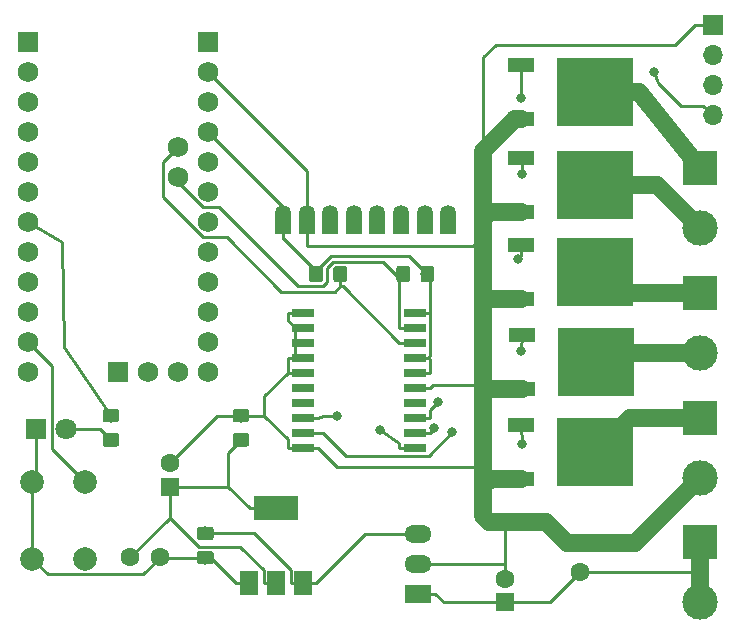
<source format=gbr>
G04 #@! TF.GenerationSoftware,KiCad,Pcbnew,(5.1.0-rc1-9-g8f320697a)*
G04 #@! TF.CreationDate,2019-02-20T21:31:05+01:00
G04 #@! TF.ProjectId,kicad,6b696361-642e-46b6-9963-61645f706362,rev?*
G04 #@! TF.SameCoordinates,Original*
G04 #@! TF.FileFunction,Copper,L1,Top*
G04 #@! TF.FilePolarity,Positive*
%FSLAX46Y46*%
G04 Gerber Fmt 4.6, Leading zero omitted, Abs format (unit mm)*
G04 Created by KiCad (PCBNEW (5.1.0-rc1-9-g8f320697a)) date 2019-02-20 21:31:05*
%MOMM*%
%LPD*%
G04 APERTURE LIST*
%ADD10R,1.950000X0.700000*%
%ADD11C,1.727200*%
%ADD12R,1.727200X1.727200*%
%ADD13C,1.350000*%
%ADD14R,1.350000X1.800000*%
%ADD15R,1.600000X1.600000*%
%ADD16C,1.600000*%
%ADD17C,0.100000*%
%ADD18C,1.150000*%
%ADD19R,1.800000X1.800000*%
%ADD20C,1.800000*%
%ADD21R,2.200000X1.200000*%
%ADD22R,6.400000X5.800000*%
%ADD23R,3.000000X3.000000*%
%ADD24C,3.000000*%
%ADD25C,2.000000*%
%ADD26R,2.300000X1.500000*%
%ADD27O,2.300000X1.500000*%
%ADD28R,3.800000X2.000000*%
%ADD29R,1.500000X2.000000*%
%ADD30R,1.700000X1.700000*%
%ADD31O,1.700000X1.700000*%
%ADD32C,0.800000*%
%ADD33C,0.250000*%
%ADD34C,1.500000*%
G04 APERTURE END LIST*
D10*
X191725000Y-73285000D03*
X191725000Y-74555000D03*
X191725000Y-75825000D03*
X191725000Y-77095000D03*
X191725000Y-78365000D03*
X191725000Y-79635000D03*
X191725000Y-80905000D03*
X191725000Y-82175000D03*
X191725000Y-83445000D03*
X191725000Y-84715000D03*
X182275000Y-84715000D03*
X182275000Y-83445000D03*
X182275000Y-82175000D03*
X182275000Y-80905000D03*
X182275000Y-79635000D03*
X182275000Y-78365000D03*
X182275000Y-77095000D03*
X182275000Y-75825000D03*
X182275000Y-74555000D03*
X182275000Y-73285000D03*
D11*
X174209000Y-78321500D03*
X171669000Y-78321500D03*
X169129000Y-78321500D03*
D12*
X166589000Y-78321500D03*
D11*
X174209000Y-75781500D03*
X174209000Y-70701500D03*
X174209000Y-73241500D03*
X174209000Y-63081500D03*
X174209000Y-60541500D03*
X174209000Y-65621500D03*
X174209000Y-68161500D03*
X174209000Y-58001500D03*
X174209000Y-55461500D03*
D12*
X174209000Y-50381500D03*
D11*
X174209000Y-52921500D03*
X158969000Y-52921500D03*
D12*
X158969000Y-50381500D03*
D11*
X158969000Y-55461500D03*
X158969000Y-58001500D03*
X158969000Y-68161500D03*
X158969000Y-65621500D03*
X158969000Y-60541500D03*
X158969000Y-63081500D03*
X158969000Y-73241500D03*
X158969000Y-70701500D03*
X158969000Y-75781500D03*
X158969000Y-78321500D03*
X171669000Y-59271500D03*
X171669000Y-61811500D03*
D13*
X194570000Y-64810000D03*
D14*
X194570000Y-65810000D03*
D13*
X180570000Y-64810000D03*
X182570000Y-64810000D03*
X184570000Y-64810000D03*
X186570000Y-64810000D03*
X188570000Y-64810000D03*
X190570000Y-64810000D03*
X192570000Y-64810000D03*
D14*
X180570000Y-65810000D03*
X182570000Y-65810000D03*
X184570000Y-65810000D03*
X186570000Y-65810000D03*
X188570000Y-65810000D03*
X190570000Y-65810000D03*
X192570000Y-65810000D03*
D15*
X199390000Y-97790000D03*
D16*
X199390000Y-95790000D03*
X205740000Y-95250000D03*
X205740000Y-92750000D03*
D17*
G36*
X174474505Y-91401204D02*
G01*
X174498773Y-91404804D01*
X174522572Y-91410765D01*
X174545671Y-91419030D01*
X174567850Y-91429520D01*
X174588893Y-91442132D01*
X174608599Y-91456747D01*
X174626777Y-91473223D01*
X174643253Y-91491401D01*
X174657868Y-91511107D01*
X174670480Y-91532150D01*
X174680970Y-91554329D01*
X174689235Y-91577428D01*
X174695196Y-91601227D01*
X174698796Y-91625495D01*
X174700000Y-91649999D01*
X174700000Y-92300001D01*
X174698796Y-92324505D01*
X174695196Y-92348773D01*
X174689235Y-92372572D01*
X174680970Y-92395671D01*
X174670480Y-92417850D01*
X174657868Y-92438893D01*
X174643253Y-92458599D01*
X174626777Y-92476777D01*
X174608599Y-92493253D01*
X174588893Y-92507868D01*
X174567850Y-92520480D01*
X174545671Y-92530970D01*
X174522572Y-92539235D01*
X174498773Y-92545196D01*
X174474505Y-92548796D01*
X174450001Y-92550000D01*
X173549999Y-92550000D01*
X173525495Y-92548796D01*
X173501227Y-92545196D01*
X173477428Y-92539235D01*
X173454329Y-92530970D01*
X173432150Y-92520480D01*
X173411107Y-92507868D01*
X173391401Y-92493253D01*
X173373223Y-92476777D01*
X173356747Y-92458599D01*
X173342132Y-92438893D01*
X173329520Y-92417850D01*
X173319030Y-92395671D01*
X173310765Y-92372572D01*
X173304804Y-92348773D01*
X173301204Y-92324505D01*
X173300000Y-92300001D01*
X173300000Y-91649999D01*
X173301204Y-91625495D01*
X173304804Y-91601227D01*
X173310765Y-91577428D01*
X173319030Y-91554329D01*
X173329520Y-91532150D01*
X173342132Y-91511107D01*
X173356747Y-91491401D01*
X173373223Y-91473223D01*
X173391401Y-91456747D01*
X173411107Y-91442132D01*
X173432150Y-91429520D01*
X173454329Y-91419030D01*
X173477428Y-91410765D01*
X173501227Y-91404804D01*
X173525495Y-91401204D01*
X173549999Y-91400000D01*
X174450001Y-91400000D01*
X174474505Y-91401204D01*
X174474505Y-91401204D01*
G37*
D18*
X174000000Y-91975000D03*
D17*
G36*
X174474505Y-93451204D02*
G01*
X174498773Y-93454804D01*
X174522572Y-93460765D01*
X174545671Y-93469030D01*
X174567850Y-93479520D01*
X174588893Y-93492132D01*
X174608599Y-93506747D01*
X174626777Y-93523223D01*
X174643253Y-93541401D01*
X174657868Y-93561107D01*
X174670480Y-93582150D01*
X174680970Y-93604329D01*
X174689235Y-93627428D01*
X174695196Y-93651227D01*
X174698796Y-93675495D01*
X174700000Y-93699999D01*
X174700000Y-94350001D01*
X174698796Y-94374505D01*
X174695196Y-94398773D01*
X174689235Y-94422572D01*
X174680970Y-94445671D01*
X174670480Y-94467850D01*
X174657868Y-94488893D01*
X174643253Y-94508599D01*
X174626777Y-94526777D01*
X174608599Y-94543253D01*
X174588893Y-94557868D01*
X174567850Y-94570480D01*
X174545671Y-94580970D01*
X174522572Y-94589235D01*
X174498773Y-94595196D01*
X174474505Y-94598796D01*
X174450001Y-94600000D01*
X173549999Y-94600000D01*
X173525495Y-94598796D01*
X173501227Y-94595196D01*
X173477428Y-94589235D01*
X173454329Y-94580970D01*
X173432150Y-94570480D01*
X173411107Y-94557868D01*
X173391401Y-94543253D01*
X173373223Y-94526777D01*
X173356747Y-94508599D01*
X173342132Y-94488893D01*
X173329520Y-94467850D01*
X173319030Y-94445671D01*
X173310765Y-94422572D01*
X173304804Y-94398773D01*
X173301204Y-94374505D01*
X173300000Y-94350001D01*
X173300000Y-93699999D01*
X173301204Y-93675495D01*
X173304804Y-93651227D01*
X173310765Y-93627428D01*
X173319030Y-93604329D01*
X173329520Y-93582150D01*
X173342132Y-93561107D01*
X173356747Y-93541401D01*
X173373223Y-93523223D01*
X173391401Y-93506747D01*
X173411107Y-93492132D01*
X173432150Y-93479520D01*
X173454329Y-93469030D01*
X173477428Y-93460765D01*
X173501227Y-93454804D01*
X173525495Y-93451204D01*
X173549999Y-93450000D01*
X174450001Y-93450000D01*
X174474505Y-93451204D01*
X174474505Y-93451204D01*
G37*
D18*
X174000000Y-94025000D03*
D17*
G36*
X177474505Y-81426204D02*
G01*
X177498773Y-81429804D01*
X177522572Y-81435765D01*
X177545671Y-81444030D01*
X177567850Y-81454520D01*
X177588893Y-81467132D01*
X177608599Y-81481747D01*
X177626777Y-81498223D01*
X177643253Y-81516401D01*
X177657868Y-81536107D01*
X177670480Y-81557150D01*
X177680970Y-81579329D01*
X177689235Y-81602428D01*
X177695196Y-81626227D01*
X177698796Y-81650495D01*
X177700000Y-81674999D01*
X177700000Y-82325001D01*
X177698796Y-82349505D01*
X177695196Y-82373773D01*
X177689235Y-82397572D01*
X177680970Y-82420671D01*
X177670480Y-82442850D01*
X177657868Y-82463893D01*
X177643253Y-82483599D01*
X177626777Y-82501777D01*
X177608599Y-82518253D01*
X177588893Y-82532868D01*
X177567850Y-82545480D01*
X177545671Y-82555970D01*
X177522572Y-82564235D01*
X177498773Y-82570196D01*
X177474505Y-82573796D01*
X177450001Y-82575000D01*
X176549999Y-82575000D01*
X176525495Y-82573796D01*
X176501227Y-82570196D01*
X176477428Y-82564235D01*
X176454329Y-82555970D01*
X176432150Y-82545480D01*
X176411107Y-82532868D01*
X176391401Y-82518253D01*
X176373223Y-82501777D01*
X176356747Y-82483599D01*
X176342132Y-82463893D01*
X176329520Y-82442850D01*
X176319030Y-82420671D01*
X176310765Y-82397572D01*
X176304804Y-82373773D01*
X176301204Y-82349505D01*
X176300000Y-82325001D01*
X176300000Y-81674999D01*
X176301204Y-81650495D01*
X176304804Y-81626227D01*
X176310765Y-81602428D01*
X176319030Y-81579329D01*
X176329520Y-81557150D01*
X176342132Y-81536107D01*
X176356747Y-81516401D01*
X176373223Y-81498223D01*
X176391401Y-81481747D01*
X176411107Y-81467132D01*
X176432150Y-81454520D01*
X176454329Y-81444030D01*
X176477428Y-81435765D01*
X176501227Y-81429804D01*
X176525495Y-81426204D01*
X176549999Y-81425000D01*
X177450001Y-81425000D01*
X177474505Y-81426204D01*
X177474505Y-81426204D01*
G37*
D18*
X177000000Y-82000000D03*
D17*
G36*
X177474505Y-83476204D02*
G01*
X177498773Y-83479804D01*
X177522572Y-83485765D01*
X177545671Y-83494030D01*
X177567850Y-83504520D01*
X177588893Y-83517132D01*
X177608599Y-83531747D01*
X177626777Y-83548223D01*
X177643253Y-83566401D01*
X177657868Y-83586107D01*
X177670480Y-83607150D01*
X177680970Y-83629329D01*
X177689235Y-83652428D01*
X177695196Y-83676227D01*
X177698796Y-83700495D01*
X177700000Y-83724999D01*
X177700000Y-84375001D01*
X177698796Y-84399505D01*
X177695196Y-84423773D01*
X177689235Y-84447572D01*
X177680970Y-84470671D01*
X177670480Y-84492850D01*
X177657868Y-84513893D01*
X177643253Y-84533599D01*
X177626777Y-84551777D01*
X177608599Y-84568253D01*
X177588893Y-84582868D01*
X177567850Y-84595480D01*
X177545671Y-84605970D01*
X177522572Y-84614235D01*
X177498773Y-84620196D01*
X177474505Y-84623796D01*
X177450001Y-84625000D01*
X176549999Y-84625000D01*
X176525495Y-84623796D01*
X176501227Y-84620196D01*
X176477428Y-84614235D01*
X176454329Y-84605970D01*
X176432150Y-84595480D01*
X176411107Y-84582868D01*
X176391401Y-84568253D01*
X176373223Y-84551777D01*
X176356747Y-84533599D01*
X176342132Y-84513893D01*
X176329520Y-84492850D01*
X176319030Y-84470671D01*
X176310765Y-84447572D01*
X176304804Y-84423773D01*
X176301204Y-84399505D01*
X176300000Y-84375001D01*
X176300000Y-83724999D01*
X176301204Y-83700495D01*
X176304804Y-83676227D01*
X176310765Y-83652428D01*
X176319030Y-83629329D01*
X176329520Y-83607150D01*
X176342132Y-83586107D01*
X176356747Y-83566401D01*
X176373223Y-83548223D01*
X176391401Y-83531747D01*
X176411107Y-83517132D01*
X176432150Y-83504520D01*
X176454329Y-83494030D01*
X176477428Y-83485765D01*
X176501227Y-83479804D01*
X176525495Y-83476204D01*
X176549999Y-83475000D01*
X177450001Y-83475000D01*
X177474505Y-83476204D01*
X177474505Y-83476204D01*
G37*
D18*
X177000000Y-84050000D03*
D16*
X170140000Y-94000000D03*
X167640000Y-94000000D03*
X171000000Y-86000000D03*
D15*
X171000000Y-88000000D03*
D19*
X159700000Y-83100000D03*
D20*
X162240000Y-83100000D03*
D21*
X200710000Y-67570000D03*
X200710000Y-72130000D03*
D22*
X207010000Y-69850000D03*
D21*
X200710000Y-82810000D03*
X200710000Y-87370000D03*
D22*
X207010000Y-85090000D03*
X207010000Y-62485000D03*
D21*
X200710000Y-64765000D03*
X200710000Y-60205000D03*
X200710000Y-52330000D03*
X200710000Y-56890000D03*
D22*
X207010000Y-54610000D03*
X207100000Y-77470000D03*
D21*
X200800000Y-79750000D03*
X200800000Y-75190000D03*
D23*
X215900000Y-92710000D03*
D24*
X215900000Y-97790000D03*
X215900000Y-66150000D03*
D23*
X215900000Y-61070000D03*
X215900000Y-71620000D03*
D24*
X215900000Y-76700000D03*
X215900000Y-87250000D03*
D23*
X215900000Y-82170000D03*
D17*
G36*
X191094505Y-69301204D02*
G01*
X191118773Y-69304804D01*
X191142572Y-69310765D01*
X191165671Y-69319030D01*
X191187850Y-69329520D01*
X191208893Y-69342132D01*
X191228599Y-69356747D01*
X191246777Y-69373223D01*
X191263253Y-69391401D01*
X191277868Y-69411107D01*
X191290480Y-69432150D01*
X191300970Y-69454329D01*
X191309235Y-69477428D01*
X191315196Y-69501227D01*
X191318796Y-69525495D01*
X191320000Y-69549999D01*
X191320000Y-70450001D01*
X191318796Y-70474505D01*
X191315196Y-70498773D01*
X191309235Y-70522572D01*
X191300970Y-70545671D01*
X191290480Y-70567850D01*
X191277868Y-70588893D01*
X191263253Y-70608599D01*
X191246777Y-70626777D01*
X191228599Y-70643253D01*
X191208893Y-70657868D01*
X191187850Y-70670480D01*
X191165671Y-70680970D01*
X191142572Y-70689235D01*
X191118773Y-70695196D01*
X191094505Y-70698796D01*
X191070001Y-70700000D01*
X190419999Y-70700000D01*
X190395495Y-70698796D01*
X190371227Y-70695196D01*
X190347428Y-70689235D01*
X190324329Y-70680970D01*
X190302150Y-70670480D01*
X190281107Y-70657868D01*
X190261401Y-70643253D01*
X190243223Y-70626777D01*
X190226747Y-70608599D01*
X190212132Y-70588893D01*
X190199520Y-70567850D01*
X190189030Y-70545671D01*
X190180765Y-70522572D01*
X190174804Y-70498773D01*
X190171204Y-70474505D01*
X190170000Y-70450001D01*
X190170000Y-69549999D01*
X190171204Y-69525495D01*
X190174804Y-69501227D01*
X190180765Y-69477428D01*
X190189030Y-69454329D01*
X190199520Y-69432150D01*
X190212132Y-69411107D01*
X190226747Y-69391401D01*
X190243223Y-69373223D01*
X190261401Y-69356747D01*
X190281107Y-69342132D01*
X190302150Y-69329520D01*
X190324329Y-69319030D01*
X190347428Y-69310765D01*
X190371227Y-69304804D01*
X190395495Y-69301204D01*
X190419999Y-69300000D01*
X191070001Y-69300000D01*
X191094505Y-69301204D01*
X191094505Y-69301204D01*
G37*
D18*
X190745000Y-70000000D03*
D17*
G36*
X193144505Y-69301204D02*
G01*
X193168773Y-69304804D01*
X193192572Y-69310765D01*
X193215671Y-69319030D01*
X193237850Y-69329520D01*
X193258893Y-69342132D01*
X193278599Y-69356747D01*
X193296777Y-69373223D01*
X193313253Y-69391401D01*
X193327868Y-69411107D01*
X193340480Y-69432150D01*
X193350970Y-69454329D01*
X193359235Y-69477428D01*
X193365196Y-69501227D01*
X193368796Y-69525495D01*
X193370000Y-69549999D01*
X193370000Y-70450001D01*
X193368796Y-70474505D01*
X193365196Y-70498773D01*
X193359235Y-70522572D01*
X193350970Y-70545671D01*
X193340480Y-70567850D01*
X193327868Y-70588893D01*
X193313253Y-70608599D01*
X193296777Y-70626777D01*
X193278599Y-70643253D01*
X193258893Y-70657868D01*
X193237850Y-70670480D01*
X193215671Y-70680970D01*
X193192572Y-70689235D01*
X193168773Y-70695196D01*
X193144505Y-70698796D01*
X193120001Y-70700000D01*
X192469999Y-70700000D01*
X192445495Y-70698796D01*
X192421227Y-70695196D01*
X192397428Y-70689235D01*
X192374329Y-70680970D01*
X192352150Y-70670480D01*
X192331107Y-70657868D01*
X192311401Y-70643253D01*
X192293223Y-70626777D01*
X192276747Y-70608599D01*
X192262132Y-70588893D01*
X192249520Y-70567850D01*
X192239030Y-70545671D01*
X192230765Y-70522572D01*
X192224804Y-70498773D01*
X192221204Y-70474505D01*
X192220000Y-70450001D01*
X192220000Y-69549999D01*
X192221204Y-69525495D01*
X192224804Y-69501227D01*
X192230765Y-69477428D01*
X192239030Y-69454329D01*
X192249520Y-69432150D01*
X192262132Y-69411107D01*
X192276747Y-69391401D01*
X192293223Y-69373223D01*
X192311401Y-69356747D01*
X192331107Y-69342132D01*
X192352150Y-69329520D01*
X192374329Y-69319030D01*
X192397428Y-69310765D01*
X192421227Y-69304804D01*
X192445495Y-69301204D01*
X192469999Y-69300000D01*
X193120001Y-69300000D01*
X193144505Y-69301204D01*
X193144505Y-69301204D01*
G37*
D18*
X192795000Y-70000000D03*
D17*
G36*
X185769505Y-69301204D02*
G01*
X185793773Y-69304804D01*
X185817572Y-69310765D01*
X185840671Y-69319030D01*
X185862850Y-69329520D01*
X185883893Y-69342132D01*
X185903599Y-69356747D01*
X185921777Y-69373223D01*
X185938253Y-69391401D01*
X185952868Y-69411107D01*
X185965480Y-69432150D01*
X185975970Y-69454329D01*
X185984235Y-69477428D01*
X185990196Y-69501227D01*
X185993796Y-69525495D01*
X185995000Y-69549999D01*
X185995000Y-70450001D01*
X185993796Y-70474505D01*
X185990196Y-70498773D01*
X185984235Y-70522572D01*
X185975970Y-70545671D01*
X185965480Y-70567850D01*
X185952868Y-70588893D01*
X185938253Y-70608599D01*
X185921777Y-70626777D01*
X185903599Y-70643253D01*
X185883893Y-70657868D01*
X185862850Y-70670480D01*
X185840671Y-70680970D01*
X185817572Y-70689235D01*
X185793773Y-70695196D01*
X185769505Y-70698796D01*
X185745001Y-70700000D01*
X185094999Y-70700000D01*
X185070495Y-70698796D01*
X185046227Y-70695196D01*
X185022428Y-70689235D01*
X184999329Y-70680970D01*
X184977150Y-70670480D01*
X184956107Y-70657868D01*
X184936401Y-70643253D01*
X184918223Y-70626777D01*
X184901747Y-70608599D01*
X184887132Y-70588893D01*
X184874520Y-70567850D01*
X184864030Y-70545671D01*
X184855765Y-70522572D01*
X184849804Y-70498773D01*
X184846204Y-70474505D01*
X184845000Y-70450001D01*
X184845000Y-69549999D01*
X184846204Y-69525495D01*
X184849804Y-69501227D01*
X184855765Y-69477428D01*
X184864030Y-69454329D01*
X184874520Y-69432150D01*
X184887132Y-69411107D01*
X184901747Y-69391401D01*
X184918223Y-69373223D01*
X184936401Y-69356747D01*
X184956107Y-69342132D01*
X184977150Y-69329520D01*
X184999329Y-69319030D01*
X185022428Y-69310765D01*
X185046227Y-69304804D01*
X185070495Y-69301204D01*
X185094999Y-69300000D01*
X185745001Y-69300000D01*
X185769505Y-69301204D01*
X185769505Y-69301204D01*
G37*
D18*
X185420000Y-70000000D03*
D17*
G36*
X183719505Y-69301204D02*
G01*
X183743773Y-69304804D01*
X183767572Y-69310765D01*
X183790671Y-69319030D01*
X183812850Y-69329520D01*
X183833893Y-69342132D01*
X183853599Y-69356747D01*
X183871777Y-69373223D01*
X183888253Y-69391401D01*
X183902868Y-69411107D01*
X183915480Y-69432150D01*
X183925970Y-69454329D01*
X183934235Y-69477428D01*
X183940196Y-69501227D01*
X183943796Y-69525495D01*
X183945000Y-69549999D01*
X183945000Y-70450001D01*
X183943796Y-70474505D01*
X183940196Y-70498773D01*
X183934235Y-70522572D01*
X183925970Y-70545671D01*
X183915480Y-70567850D01*
X183902868Y-70588893D01*
X183888253Y-70608599D01*
X183871777Y-70626777D01*
X183853599Y-70643253D01*
X183833893Y-70657868D01*
X183812850Y-70670480D01*
X183790671Y-70680970D01*
X183767572Y-70689235D01*
X183743773Y-70695196D01*
X183719505Y-70698796D01*
X183695001Y-70700000D01*
X183044999Y-70700000D01*
X183020495Y-70698796D01*
X182996227Y-70695196D01*
X182972428Y-70689235D01*
X182949329Y-70680970D01*
X182927150Y-70670480D01*
X182906107Y-70657868D01*
X182886401Y-70643253D01*
X182868223Y-70626777D01*
X182851747Y-70608599D01*
X182837132Y-70588893D01*
X182824520Y-70567850D01*
X182814030Y-70545671D01*
X182805765Y-70522572D01*
X182799804Y-70498773D01*
X182796204Y-70474505D01*
X182795000Y-70450001D01*
X182795000Y-69549999D01*
X182796204Y-69525495D01*
X182799804Y-69501227D01*
X182805765Y-69477428D01*
X182814030Y-69454329D01*
X182824520Y-69432150D01*
X182837132Y-69411107D01*
X182851747Y-69391401D01*
X182868223Y-69373223D01*
X182886401Y-69356747D01*
X182906107Y-69342132D01*
X182927150Y-69329520D01*
X182949329Y-69319030D01*
X182972428Y-69310765D01*
X182996227Y-69304804D01*
X183020495Y-69301204D01*
X183044999Y-69300000D01*
X183695001Y-69300000D01*
X183719505Y-69301204D01*
X183719505Y-69301204D01*
G37*
D18*
X183370000Y-70000000D03*
D17*
G36*
X166474505Y-81426204D02*
G01*
X166498773Y-81429804D01*
X166522572Y-81435765D01*
X166545671Y-81444030D01*
X166567850Y-81454520D01*
X166588893Y-81467132D01*
X166608599Y-81481747D01*
X166626777Y-81498223D01*
X166643253Y-81516401D01*
X166657868Y-81536107D01*
X166670480Y-81557150D01*
X166680970Y-81579329D01*
X166689235Y-81602428D01*
X166695196Y-81626227D01*
X166698796Y-81650495D01*
X166700000Y-81674999D01*
X166700000Y-82325001D01*
X166698796Y-82349505D01*
X166695196Y-82373773D01*
X166689235Y-82397572D01*
X166680970Y-82420671D01*
X166670480Y-82442850D01*
X166657868Y-82463893D01*
X166643253Y-82483599D01*
X166626777Y-82501777D01*
X166608599Y-82518253D01*
X166588893Y-82532868D01*
X166567850Y-82545480D01*
X166545671Y-82555970D01*
X166522572Y-82564235D01*
X166498773Y-82570196D01*
X166474505Y-82573796D01*
X166450001Y-82575000D01*
X165549999Y-82575000D01*
X165525495Y-82573796D01*
X165501227Y-82570196D01*
X165477428Y-82564235D01*
X165454329Y-82555970D01*
X165432150Y-82545480D01*
X165411107Y-82532868D01*
X165391401Y-82518253D01*
X165373223Y-82501777D01*
X165356747Y-82483599D01*
X165342132Y-82463893D01*
X165329520Y-82442850D01*
X165319030Y-82420671D01*
X165310765Y-82397572D01*
X165304804Y-82373773D01*
X165301204Y-82349505D01*
X165300000Y-82325001D01*
X165300000Y-81674999D01*
X165301204Y-81650495D01*
X165304804Y-81626227D01*
X165310765Y-81602428D01*
X165319030Y-81579329D01*
X165329520Y-81557150D01*
X165342132Y-81536107D01*
X165356747Y-81516401D01*
X165373223Y-81498223D01*
X165391401Y-81481747D01*
X165411107Y-81467132D01*
X165432150Y-81454520D01*
X165454329Y-81444030D01*
X165477428Y-81435765D01*
X165501227Y-81429804D01*
X165525495Y-81426204D01*
X165549999Y-81425000D01*
X166450001Y-81425000D01*
X166474505Y-81426204D01*
X166474505Y-81426204D01*
G37*
D18*
X166000000Y-82000000D03*
D17*
G36*
X166474505Y-83476204D02*
G01*
X166498773Y-83479804D01*
X166522572Y-83485765D01*
X166545671Y-83494030D01*
X166567850Y-83504520D01*
X166588893Y-83517132D01*
X166608599Y-83531747D01*
X166626777Y-83548223D01*
X166643253Y-83566401D01*
X166657868Y-83586107D01*
X166670480Y-83607150D01*
X166680970Y-83629329D01*
X166689235Y-83652428D01*
X166695196Y-83676227D01*
X166698796Y-83700495D01*
X166700000Y-83724999D01*
X166700000Y-84375001D01*
X166698796Y-84399505D01*
X166695196Y-84423773D01*
X166689235Y-84447572D01*
X166680970Y-84470671D01*
X166670480Y-84492850D01*
X166657868Y-84513893D01*
X166643253Y-84533599D01*
X166626777Y-84551777D01*
X166608599Y-84568253D01*
X166588893Y-84582868D01*
X166567850Y-84595480D01*
X166545671Y-84605970D01*
X166522572Y-84614235D01*
X166498773Y-84620196D01*
X166474505Y-84623796D01*
X166450001Y-84625000D01*
X165549999Y-84625000D01*
X165525495Y-84623796D01*
X165501227Y-84620196D01*
X165477428Y-84614235D01*
X165454329Y-84605970D01*
X165432150Y-84595480D01*
X165411107Y-84582868D01*
X165391401Y-84568253D01*
X165373223Y-84551777D01*
X165356747Y-84533599D01*
X165342132Y-84513893D01*
X165329520Y-84492850D01*
X165319030Y-84470671D01*
X165310765Y-84447572D01*
X165304804Y-84423773D01*
X165301204Y-84399505D01*
X165300000Y-84375001D01*
X165300000Y-83724999D01*
X165301204Y-83700495D01*
X165304804Y-83676227D01*
X165310765Y-83652428D01*
X165319030Y-83629329D01*
X165329520Y-83607150D01*
X165342132Y-83586107D01*
X165356747Y-83566401D01*
X165373223Y-83548223D01*
X165391401Y-83531747D01*
X165411107Y-83517132D01*
X165432150Y-83504520D01*
X165454329Y-83494030D01*
X165477428Y-83485765D01*
X165501227Y-83479804D01*
X165525495Y-83476204D01*
X165549999Y-83475000D01*
X166450001Y-83475000D01*
X166474505Y-83476204D01*
X166474505Y-83476204D01*
G37*
D18*
X166000000Y-84050000D03*
D25*
X163800000Y-94100000D03*
X159300000Y-94100000D03*
X163800000Y-87600000D03*
X159300000Y-87600000D03*
D26*
X192000000Y-97080000D03*
D27*
X192000000Y-94540000D03*
X192000000Y-92000000D03*
D28*
X180000000Y-89850000D03*
D29*
X180000000Y-96150000D03*
X182300000Y-96150000D03*
X177700000Y-96150000D03*
D30*
X216990000Y-48930000D03*
D31*
X216990000Y-51470000D03*
X216990000Y-54010000D03*
X216990000Y-56550000D03*
D32*
X211980000Y-52870000D03*
X200800000Y-84400000D03*
X185150000Y-82050000D03*
X194915800Y-83425000D03*
X200700000Y-76500000D03*
X188760000Y-83250000D03*
X200760000Y-55140000D03*
X193339800Y-83019300D03*
X200800000Y-61500000D03*
X200429000Y-68776200D03*
X193696300Y-80810400D03*
D33*
X192000000Y-97080000D02*
X193475300Y-97080000D01*
X194185000Y-97790000D02*
X193475300Y-97080300D01*
X193475300Y-97080300D02*
X193475300Y-97080000D01*
X199390000Y-97790000D02*
X194185000Y-97790000D01*
D34*
X215900000Y-94460000D02*
X215900000Y-97790000D01*
X215900000Y-92710000D02*
X215900000Y-94460000D01*
D33*
X205740000Y-95250000D02*
X203200000Y-97790000D01*
X203200000Y-97790000D02*
X199390000Y-97790000D01*
D34*
X215900000Y-92710000D02*
X215790000Y-92710000D01*
D33*
X215900000Y-92710000D02*
X215900000Y-94460000D01*
X215900000Y-94460000D02*
X215110000Y-95250000D01*
X215110000Y-95250000D02*
X205740000Y-95250000D01*
X182570000Y-64810000D02*
X182570000Y-61282500D01*
X182570000Y-61282500D02*
X174209000Y-52921500D01*
X182570000Y-65810000D02*
X182570000Y-64810000D01*
X197500000Y-79407500D02*
X193252800Y-79407500D01*
X193252800Y-79407500D02*
X193025300Y-79635000D01*
X177700000Y-96150000D02*
X176624700Y-96150000D01*
X174000000Y-94025000D02*
X174499700Y-94025000D01*
X174499700Y-94025000D02*
X176624700Y-96150000D01*
X170140000Y-94025000D02*
X174000000Y-94025000D01*
X181624900Y-77095000D02*
X180974700Y-77095000D01*
X182275000Y-77095000D02*
X181624900Y-77095000D01*
X178991000Y-82000000D02*
X177000000Y-82000000D01*
X180974700Y-84715000D02*
X180974700Y-83983700D01*
X180974700Y-83983700D02*
X178991000Y-82000000D01*
X180974700Y-78365000D02*
X178991000Y-80348700D01*
X178991000Y-80348700D02*
X178991000Y-82000000D01*
X181087300Y-78365000D02*
X180974700Y-78365000D01*
X182275000Y-78365000D02*
X181087300Y-78365000D01*
X180974700Y-78365000D02*
X180974700Y-77095000D01*
X181624900Y-77095000D02*
X181624900Y-75825000D01*
D34*
X197500000Y-65000000D02*
X197500000Y-59600000D01*
X197500000Y-59600000D02*
X200210000Y-56890000D01*
X200210000Y-56890000D02*
X200710000Y-56890000D01*
D33*
X182275000Y-84715000D02*
X183575300Y-84715000D01*
X189264000Y-86325600D02*
X185185900Y-86325600D01*
X185185900Y-86325600D02*
X183575300Y-84715000D01*
X197500000Y-86325600D02*
X189264000Y-86325600D01*
X182275000Y-84715000D02*
X180974700Y-84715000D01*
X182275000Y-75825000D02*
X181624900Y-75825000D01*
X181624900Y-75825000D02*
X181624900Y-74555000D01*
X182275000Y-73285000D02*
X180974700Y-73285000D01*
X181624900Y-74555000D02*
X180974700Y-73904800D01*
X180974700Y-73904800D02*
X180974700Y-73285000D01*
X182275000Y-74555000D02*
X181624900Y-74555000D01*
X170140000Y-94025000D02*
X170140000Y-94000000D01*
X159300000Y-94100000D02*
X160639000Y-95439000D01*
X160639000Y-95439000D02*
X168726000Y-95439000D01*
X168726000Y-95439000D02*
X170140000Y-94025000D01*
X159300000Y-87600000D02*
X159700000Y-87200000D01*
X159700000Y-87200000D02*
X159700000Y-83100000D01*
X159300000Y-87600000D02*
X159300000Y-94100000D01*
X191725000Y-79635000D02*
X193025300Y-79635000D01*
D34*
X197500000Y-79407500D02*
X197500000Y-72000000D01*
X197500000Y-80000000D02*
X197500000Y-79407500D01*
D33*
X171000000Y-86000000D02*
X175000000Y-82000000D01*
X175000000Y-82000000D02*
X177000000Y-82000000D01*
X192000000Y-94540000D02*
X193475300Y-94540000D01*
X193510000Y-94575200D02*
X193475300Y-94540500D01*
X193475300Y-94540500D02*
X193475300Y-94540000D01*
X193510000Y-94575200D02*
X199390000Y-94575200D01*
X199390000Y-94575200D02*
X199390000Y-91440000D01*
X199390000Y-91440000D02*
X199830000Y-91000000D01*
X199390000Y-95790000D02*
X199390000Y-94575200D01*
D34*
X197500000Y-86325600D02*
X197500000Y-80000000D01*
X197500000Y-87500000D02*
X197500000Y-86325600D01*
X200710000Y-87370000D02*
X198110000Y-87370000D01*
X198110000Y-87370000D02*
X197980000Y-87500000D01*
X197980000Y-87500000D02*
X197500000Y-87500000D01*
X200800000Y-79750000D02*
X197750000Y-79750000D01*
X197750000Y-79750000D02*
X197500000Y-80000000D01*
X200710000Y-72130000D02*
X198110000Y-72130000D01*
X198110000Y-72130000D02*
X197980000Y-72000000D01*
X197980000Y-72000000D02*
X197500000Y-72000000D01*
X200710000Y-64765000D02*
X198110000Y-64765000D01*
X198110000Y-64765000D02*
X197875000Y-65000000D01*
X197875000Y-65000000D02*
X197500000Y-65000000D01*
X215900000Y-87250000D02*
X210400000Y-92750000D01*
X210400000Y-92750000D02*
X205740000Y-92750000D01*
X205740000Y-92750000D02*
X204609000Y-92750000D01*
X204609000Y-92750000D02*
X202859000Y-91000000D01*
X202859000Y-91000000D02*
X199830000Y-91000000D01*
X199830000Y-91000000D02*
X198000000Y-91000000D01*
X198000000Y-91000000D02*
X197500000Y-90500000D01*
X197500000Y-90500000D02*
X197500000Y-87500000D01*
X197500000Y-72000000D02*
X197500000Y-66399900D01*
X197500000Y-66399900D02*
X197500000Y-65000000D01*
D33*
X196700000Y-67600000D02*
X197500000Y-66399900D01*
X182600000Y-67600000D02*
X196700000Y-67600000D01*
X182570000Y-65810000D02*
X182600000Y-67600000D01*
X197500000Y-51660000D02*
X197500000Y-59600000D01*
X198590000Y-50590000D02*
X197500000Y-51660000D01*
X213800000Y-50650000D02*
X198590000Y-50590000D01*
X215430000Y-48920000D02*
X213800000Y-50650000D01*
X216990000Y-48930000D02*
X215430000Y-48920000D01*
X185420000Y-71053300D02*
X184937800Y-71535500D01*
X184937800Y-71535500D02*
X180441300Y-71535500D01*
X180441300Y-71535500D02*
X175797300Y-66891500D01*
X175797300Y-66891500D02*
X173767800Y-66891500D01*
X173767800Y-66891500D02*
X170402400Y-63526100D01*
X170402400Y-63526100D02*
X170402400Y-60538100D01*
X170402400Y-60538100D02*
X171669000Y-59271500D01*
X185420000Y-70000000D02*
X185420000Y-71053300D01*
X190424700Y-75825000D02*
X185653000Y-71053300D01*
X185653000Y-71053300D02*
X185420000Y-71053300D01*
X191725000Y-75825000D02*
X190424700Y-75825000D01*
X171669000Y-61811500D02*
X171669000Y-62257400D01*
X171669000Y-62257400D02*
X173763100Y-64351500D01*
X173763100Y-64351500D02*
X175166400Y-64351500D01*
X175166400Y-64351500D02*
X181868200Y-71053300D01*
X181868200Y-71053300D02*
X183922000Y-71053300D01*
X183922000Y-71053300D02*
X184291500Y-70683800D01*
X184291500Y-70683800D02*
X184291500Y-69481200D01*
X184291500Y-69481200D02*
X184816600Y-68956100D01*
X184816600Y-68956100D02*
X189060500Y-68956100D01*
X189060500Y-68956100D02*
X190424700Y-70320300D01*
X190424700Y-70320300D02*
X190745000Y-70000000D01*
X190424700Y-74555000D02*
X190424700Y-70320300D01*
X191725000Y-74555000D02*
X190424700Y-74555000D01*
X163800000Y-87600000D02*
X160982400Y-84782400D01*
X160982400Y-84782400D02*
X160982400Y-77794900D01*
X160982400Y-77794900D02*
X158969000Y-75781500D01*
X216150001Y-55770001D02*
X216990000Y-56550000D01*
X214280001Y-55770001D02*
X216150001Y-55770001D01*
X212360000Y-53850000D02*
X214280001Y-55770001D01*
X211980000Y-52870000D02*
X212360000Y-53850000D01*
X192570000Y-65810000D02*
X192570000Y-64810000D01*
X161900000Y-67300000D02*
X158969000Y-65621500D01*
X162000000Y-76150000D02*
X161900000Y-67300000D01*
X166000000Y-82000000D02*
X162000000Y-76150000D01*
X188570000Y-65810000D02*
X188570000Y-64810000D01*
X186570000Y-65810000D02*
X186570000Y-64810000D01*
X184570000Y-65810000D02*
X184570000Y-64810000D01*
X194570000Y-65810000D02*
X194570000Y-64810000D01*
X183370000Y-69762100D02*
X184677000Y-68455100D01*
X184677000Y-68455100D02*
X191250100Y-68455100D01*
X191250100Y-68455100D02*
X192795000Y-70000000D01*
X183370000Y-70000000D02*
X183370000Y-69762100D01*
X180570000Y-67035300D02*
X180643200Y-67035300D01*
X180643200Y-67035300D02*
X183370000Y-69762100D01*
X180570000Y-65810000D02*
X180570000Y-67035300D01*
X180570000Y-64810000D02*
X180570000Y-65810000D01*
X193025300Y-73285000D02*
X193025300Y-70230300D01*
X193025300Y-70230300D02*
X192795000Y-70000000D01*
X180570000Y-64810000D02*
X180570000Y-64362500D01*
X180570000Y-64362500D02*
X174209000Y-58001500D01*
X171000000Y-90640000D02*
X173467400Y-93107400D01*
X173467400Y-93107400D02*
X176957400Y-93107400D01*
X176957400Y-93107400D02*
X178924700Y-95074700D01*
X178924700Y-95074700D02*
X178924700Y-96150000D01*
X171000000Y-90640000D02*
X167640000Y-94000000D01*
X171000000Y-88000000D02*
X171000000Y-90640000D01*
X180000000Y-96150000D02*
X178924700Y-96150000D01*
X171000000Y-88000000D02*
X175924700Y-88000000D01*
X192882700Y-77095000D02*
X193025300Y-76952400D01*
X193025300Y-76952400D02*
X193025300Y-73285000D01*
X192882700Y-77095000D02*
X193025300Y-77237600D01*
X193025300Y-77237600D02*
X193025300Y-78365000D01*
X192882600Y-77095000D02*
X192882700Y-77095000D01*
X191725000Y-73285000D02*
X193025300Y-73285000D01*
X191725000Y-78365000D02*
X193025300Y-78365000D01*
X191725000Y-77095000D02*
X192882600Y-77095000D01*
X175924700Y-88000000D02*
X177774700Y-89850000D01*
X175924700Y-88000000D02*
X175924700Y-85125300D01*
X175924700Y-85125300D02*
X177000000Y-84050000D01*
X180000000Y-89850000D02*
X177774700Y-89850000D01*
X190570000Y-65810000D02*
X190570000Y-64810000D01*
X182300000Y-96150000D02*
X183375300Y-96150000D01*
X192000000Y-92000000D02*
X187525300Y-92000000D01*
X187525300Y-92000000D02*
X183375300Y-96150000D01*
X182300000Y-96150000D02*
X181224700Y-96150000D01*
X181224700Y-96150000D02*
X181224700Y-95074700D01*
X181224700Y-95074700D02*
X178125000Y-91975000D01*
X178125000Y-91975000D02*
X174000000Y-91975000D01*
X162240000Y-83100000D02*
X165050000Y-83100000D01*
X165050000Y-83100000D02*
X166000000Y-84050000D01*
X200800000Y-84400000D02*
X200710000Y-82810000D01*
X183575300Y-82175000D02*
X182275000Y-82175000D01*
X183950000Y-82000000D02*
X183575300Y-82175000D01*
X185150000Y-82050000D02*
X183950000Y-82000000D01*
X194915800Y-83425000D02*
X192896000Y-85444800D01*
X192896000Y-85444800D02*
X185932800Y-85444800D01*
X185932800Y-85444800D02*
X183933000Y-83445000D01*
X183933000Y-83445000D02*
X182275000Y-83445000D01*
X200700000Y-76500000D02*
X200800000Y-75190000D01*
X190424700Y-84715000D02*
X191725000Y-84715000D01*
X190424700Y-84333800D02*
X190424700Y-84715000D01*
X188760000Y-83250000D02*
X190424700Y-84333800D01*
X200760000Y-55140000D02*
X200700000Y-52340000D01*
X200700000Y-52340000D02*
X200710000Y-52330000D01*
X193025300Y-83445000D02*
X193339800Y-83130500D01*
X193339800Y-83130500D02*
X193339800Y-83019300D01*
X191725000Y-83445000D02*
X193025300Y-83445000D01*
X200800000Y-61500000D02*
X200800000Y-60295000D01*
X200800000Y-60295000D02*
X200710000Y-60205000D01*
X200710000Y-67570000D02*
X200710000Y-68495300D01*
X200710000Y-68495300D02*
X200429000Y-68776200D01*
X193025300Y-82175000D02*
X191725000Y-82175000D01*
X193025300Y-81481400D02*
X193025300Y-82175000D01*
X193696300Y-80810400D02*
X193025300Y-81481400D01*
D34*
X215900000Y-71620000D02*
X208780000Y-71620000D01*
X208780000Y-71620000D02*
X207010000Y-69850000D01*
X215900000Y-82170000D02*
X209930000Y-82170000D01*
X209930000Y-82170000D02*
X207010000Y-85090000D01*
X215900000Y-66150000D02*
X212235000Y-62485000D01*
X212235000Y-62485000D02*
X207010000Y-62485000D01*
X207793618Y-54610000D02*
X207010000Y-54610000D01*
X210710000Y-54570000D02*
X207793618Y-54610000D01*
X215900000Y-61070000D02*
X210710000Y-54570000D01*
X215900000Y-76700000D02*
X207870000Y-76700000D01*
X207870000Y-76700000D02*
X207100000Y-77470000D01*
M02*

</source>
